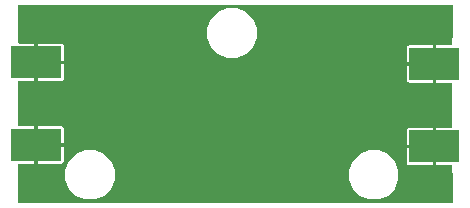
<source format=gbr>
G04 EAGLE Gerber RS-274X export*
G75*
%MOMM*%
%FSLAX34Y34*%
%LPD*%
%INBottom Copper*%
%IPPOS*%
%AMOC8*
5,1,8,0,0,1.08239X$1,22.5*%
G01*
%ADD10R,4.191000X2.667000*%
%ADD11C,1.500000*%

G36*
X373274Y6005D02*
X373274Y6005D01*
X373299Y6002D01*
X373394Y6024D01*
X373491Y6040D01*
X373512Y6052D01*
X373536Y6058D01*
X373620Y6109D01*
X373706Y6155D01*
X373723Y6173D01*
X373744Y6186D01*
X373806Y6262D01*
X373873Y6333D01*
X373883Y6356D01*
X373899Y6375D01*
X373933Y6466D01*
X373974Y6556D01*
X373976Y6580D01*
X373985Y6603D01*
X373999Y6750D01*
X373999Y31025D01*
X373987Y31098D01*
X373985Y31171D01*
X373964Y31242D01*
X373960Y31266D01*
X373952Y31281D01*
X373942Y31312D01*
X373729Y31826D01*
X373729Y37329D01*
X373725Y37353D01*
X373728Y37378D01*
X373706Y37473D01*
X373690Y37570D01*
X373678Y37591D01*
X373672Y37615D01*
X373621Y37699D01*
X373575Y37785D01*
X373557Y37802D01*
X373544Y37823D01*
X373468Y37885D01*
X373397Y37952D01*
X373374Y37962D01*
X373355Y37978D01*
X373264Y38012D01*
X373174Y38053D01*
X373150Y38055D01*
X373127Y38064D01*
X372980Y38078D01*
X360075Y38078D01*
X360075Y53204D01*
X360071Y53228D01*
X360074Y53252D01*
X360051Y53348D01*
X360035Y53445D01*
X360024Y53466D01*
X360018Y53490D01*
X359967Y53573D01*
X359920Y53660D01*
X359903Y53677D01*
X359890Y53697D01*
X359814Y53760D01*
X359742Y53827D01*
X359720Y53837D01*
X359701Y53852D01*
X359610Y53887D01*
X359520Y53928D01*
X359496Y53930D01*
X359473Y53939D01*
X359326Y53953D01*
X358575Y53953D01*
X358575Y53955D01*
X359326Y53955D01*
X359350Y53959D01*
X359374Y53956D01*
X359470Y53979D01*
X359567Y53995D01*
X359588Y54006D01*
X359612Y54012D01*
X359695Y54063D01*
X359782Y54110D01*
X359799Y54127D01*
X359819Y54140D01*
X359882Y54216D01*
X359949Y54288D01*
X359959Y54310D01*
X359974Y54329D01*
X360009Y54420D01*
X360050Y54510D01*
X360052Y54534D01*
X360061Y54557D01*
X360075Y54704D01*
X360075Y69830D01*
X372980Y69830D01*
X373004Y69834D01*
X373029Y69831D01*
X373124Y69853D01*
X373221Y69869D01*
X373242Y69881D01*
X373266Y69887D01*
X373350Y69938D01*
X373436Y69984D01*
X373453Y70002D01*
X373474Y70015D01*
X373536Y70091D01*
X373603Y70162D01*
X373613Y70185D01*
X373629Y70204D01*
X373663Y70295D01*
X373704Y70385D01*
X373706Y70409D01*
X373715Y70432D01*
X373729Y70579D01*
X373729Y107221D01*
X373725Y107245D01*
X373728Y107270D01*
X373706Y107365D01*
X373690Y107462D01*
X373678Y107483D01*
X373672Y107507D01*
X373621Y107591D01*
X373575Y107677D01*
X373557Y107694D01*
X373544Y107715D01*
X373468Y107777D01*
X373397Y107844D01*
X373374Y107854D01*
X373355Y107870D01*
X373264Y107904D01*
X373174Y107945D01*
X373150Y107947D01*
X373127Y107956D01*
X372980Y107970D01*
X360075Y107970D01*
X360075Y123096D01*
X360071Y123120D01*
X360074Y123144D01*
X360051Y123240D01*
X360035Y123337D01*
X360024Y123358D01*
X360018Y123382D01*
X359967Y123465D01*
X359920Y123552D01*
X359903Y123569D01*
X359890Y123589D01*
X359814Y123652D01*
X359742Y123719D01*
X359720Y123729D01*
X359701Y123744D01*
X359610Y123779D01*
X359520Y123820D01*
X359496Y123822D01*
X359473Y123831D01*
X359326Y123845D01*
X358575Y123845D01*
X358575Y123847D01*
X359326Y123847D01*
X359350Y123851D01*
X359374Y123848D01*
X359470Y123871D01*
X359567Y123887D01*
X359588Y123898D01*
X359612Y123904D01*
X359695Y123955D01*
X359782Y124002D01*
X359799Y124019D01*
X359819Y124032D01*
X359882Y124108D01*
X359949Y124180D01*
X359959Y124202D01*
X359974Y124221D01*
X360009Y124312D01*
X360050Y124402D01*
X360052Y124426D01*
X360061Y124449D01*
X360075Y124596D01*
X360075Y139722D01*
X372980Y139722D01*
X373004Y139726D01*
X373029Y139723D01*
X373124Y139745D01*
X373221Y139761D01*
X373242Y139773D01*
X373266Y139779D01*
X373350Y139830D01*
X373436Y139876D01*
X373453Y139894D01*
X373474Y139907D01*
X373536Y139983D01*
X373603Y140054D01*
X373613Y140077D01*
X373629Y140096D01*
X373663Y140187D01*
X373704Y140277D01*
X373706Y140301D01*
X373715Y140324D01*
X373729Y140471D01*
X373729Y145974D01*
X373942Y146488D01*
X373959Y146559D01*
X373985Y146628D01*
X373992Y146701D01*
X373998Y146725D01*
X373996Y146742D01*
X373999Y146775D01*
X373999Y173250D01*
X373995Y173274D01*
X373998Y173299D01*
X373976Y173394D01*
X373960Y173491D01*
X373948Y173512D01*
X373942Y173536D01*
X373891Y173620D01*
X373845Y173706D01*
X373827Y173723D01*
X373814Y173744D01*
X373738Y173806D01*
X373667Y173873D01*
X373644Y173883D01*
X373625Y173899D01*
X373534Y173933D01*
X373444Y173974D01*
X373420Y173976D01*
X373397Y173985D01*
X373250Y173999D01*
X6750Y173999D01*
X6726Y173995D01*
X6701Y173998D01*
X6606Y173976D01*
X6509Y173960D01*
X6488Y173948D01*
X6464Y173942D01*
X6380Y173891D01*
X6294Y173845D01*
X6277Y173827D01*
X6256Y173814D01*
X6194Y173738D01*
X6127Y173667D01*
X6117Y173644D01*
X6101Y173625D01*
X6067Y173534D01*
X6026Y173444D01*
X6024Y173420D01*
X6015Y173397D01*
X6001Y173250D01*
X6001Y141741D01*
X6005Y141717D01*
X6002Y141692D01*
X6024Y141597D01*
X6040Y141500D01*
X6052Y141479D01*
X6058Y141455D01*
X6109Y141371D01*
X6155Y141285D01*
X6173Y141268D01*
X6186Y141247D01*
X6262Y141185D01*
X6333Y141118D01*
X6356Y141108D01*
X6375Y141092D01*
X6466Y141058D01*
X6556Y141017D01*
X6580Y141015D01*
X6603Y141006D01*
X6750Y140992D01*
X19655Y140992D01*
X19655Y125866D01*
X19658Y125847D01*
X19656Y125832D01*
X19657Y125828D01*
X19656Y125818D01*
X19679Y125722D01*
X19695Y125625D01*
X19706Y125604D01*
X19712Y125580D01*
X19763Y125497D01*
X19810Y125410D01*
X19827Y125393D01*
X19840Y125373D01*
X19916Y125310D01*
X19988Y125243D01*
X20010Y125233D01*
X20029Y125218D01*
X20120Y125183D01*
X20210Y125142D01*
X20234Y125140D01*
X20257Y125131D01*
X20404Y125117D01*
X21155Y125117D01*
X21155Y125115D01*
X20404Y125115D01*
X20380Y125111D01*
X20356Y125114D01*
X20260Y125091D01*
X20163Y125075D01*
X20142Y125064D01*
X20118Y125058D01*
X20034Y125007D01*
X19948Y124960D01*
X19931Y124943D01*
X19911Y124930D01*
X19848Y124854D01*
X19781Y124782D01*
X19771Y124760D01*
X19756Y124741D01*
X19721Y124650D01*
X19680Y124560D01*
X19678Y124536D01*
X19669Y124513D01*
X19655Y124366D01*
X19655Y109240D01*
X6750Y109240D01*
X6726Y109236D01*
X6701Y109239D01*
X6606Y109217D01*
X6509Y109201D01*
X6488Y109189D01*
X6464Y109183D01*
X6380Y109132D01*
X6294Y109086D01*
X6277Y109068D01*
X6256Y109055D01*
X6194Y108979D01*
X6127Y108908D01*
X6117Y108885D01*
X6101Y108866D01*
X6067Y108775D01*
X6026Y108685D01*
X6024Y108661D01*
X6015Y108638D01*
X6001Y108491D01*
X6001Y71849D01*
X6005Y71825D01*
X6002Y71800D01*
X6024Y71705D01*
X6040Y71608D01*
X6052Y71587D01*
X6058Y71563D01*
X6109Y71479D01*
X6155Y71393D01*
X6173Y71376D01*
X6186Y71355D01*
X6262Y71293D01*
X6333Y71226D01*
X6356Y71216D01*
X6375Y71200D01*
X6466Y71166D01*
X6556Y71125D01*
X6580Y71123D01*
X6603Y71114D01*
X6750Y71100D01*
X19655Y71100D01*
X19655Y55974D01*
X19659Y55950D01*
X19656Y55926D01*
X19679Y55830D01*
X19695Y55733D01*
X19706Y55712D01*
X19712Y55688D01*
X19763Y55605D01*
X19810Y55518D01*
X19827Y55501D01*
X19840Y55481D01*
X19916Y55418D01*
X19988Y55351D01*
X20010Y55341D01*
X20029Y55326D01*
X20120Y55291D01*
X20210Y55250D01*
X20234Y55248D01*
X20257Y55239D01*
X20404Y55225D01*
X21155Y55225D01*
X21155Y55223D01*
X20404Y55223D01*
X20380Y55219D01*
X20356Y55222D01*
X20260Y55199D01*
X20163Y55183D01*
X20142Y55172D01*
X20118Y55166D01*
X20034Y55115D01*
X19948Y55068D01*
X19931Y55051D01*
X19911Y55038D01*
X19848Y54962D01*
X19781Y54890D01*
X19771Y54868D01*
X19756Y54849D01*
X19721Y54758D01*
X19680Y54668D01*
X19678Y54644D01*
X19669Y54621D01*
X19655Y54474D01*
X19655Y39348D01*
X6750Y39348D01*
X6726Y39344D01*
X6701Y39347D01*
X6606Y39325D01*
X6509Y39309D01*
X6488Y39297D01*
X6464Y39291D01*
X6380Y39240D01*
X6294Y39194D01*
X6277Y39176D01*
X6256Y39163D01*
X6194Y39087D01*
X6127Y39016D01*
X6117Y38993D01*
X6101Y38974D01*
X6067Y38883D01*
X6026Y38793D01*
X6024Y38769D01*
X6015Y38746D01*
X6001Y38599D01*
X6001Y6750D01*
X6005Y6726D01*
X6002Y6701D01*
X6024Y6606D01*
X6040Y6509D01*
X6052Y6488D01*
X6058Y6464D01*
X6109Y6380D01*
X6155Y6294D01*
X6173Y6277D01*
X6186Y6256D01*
X6262Y6194D01*
X6333Y6127D01*
X6356Y6117D01*
X6375Y6101D01*
X6466Y6067D01*
X6556Y6026D01*
X6580Y6024D01*
X6603Y6015D01*
X6750Y6001D01*
X373250Y6001D01*
X373274Y6005D01*
G37*
%LPC*%
G36*
X182823Y128999D02*
X182823Y128999D01*
X175104Y132196D01*
X169196Y138104D01*
X165999Y145823D01*
X165999Y154177D01*
X169196Y161896D01*
X175104Y167804D01*
X182823Y171001D01*
X191177Y171001D01*
X198896Y167804D01*
X204804Y161896D01*
X208001Y154177D01*
X208001Y145823D01*
X204804Y138104D01*
X198896Y132196D01*
X191177Y128999D01*
X182823Y128999D01*
G37*
%LPD*%
%LPC*%
G36*
X302823Y8999D02*
X302823Y8999D01*
X295104Y12196D01*
X289196Y18104D01*
X285999Y25823D01*
X285999Y34177D01*
X289196Y41896D01*
X295104Y47804D01*
X302823Y51001D01*
X311177Y51001D01*
X318896Y47804D01*
X324804Y41896D01*
X328001Y34177D01*
X328001Y25823D01*
X324804Y18104D01*
X318896Y12196D01*
X311177Y8999D01*
X302823Y8999D01*
G37*
%LPD*%
%LPC*%
G36*
X62823Y8999D02*
X62823Y8999D01*
X55104Y12196D01*
X49196Y18104D01*
X45999Y25823D01*
X45999Y34177D01*
X49196Y41896D01*
X55104Y47804D01*
X62823Y51001D01*
X71177Y51001D01*
X78896Y47804D01*
X84804Y41896D01*
X88001Y34177D01*
X88001Y25823D01*
X84804Y18104D01*
X78896Y12196D01*
X71177Y8999D01*
X62823Y8999D01*
G37*
%LPD*%
%LPC*%
G36*
X22653Y126615D02*
X22653Y126615D01*
X22653Y140992D01*
X42443Y140992D01*
X43090Y140819D01*
X43669Y140484D01*
X44142Y140011D01*
X44477Y139432D01*
X44650Y138785D01*
X44650Y126615D01*
X22653Y126615D01*
G37*
%LPD*%
%LPC*%
G36*
X22653Y56723D02*
X22653Y56723D01*
X22653Y71100D01*
X42443Y71100D01*
X43090Y70927D01*
X43669Y70592D01*
X44142Y70119D01*
X44477Y69540D01*
X44650Y68893D01*
X44650Y56723D01*
X22653Y56723D01*
G37*
%LPD*%
%LPC*%
G36*
X335080Y125345D02*
X335080Y125345D01*
X335080Y137515D01*
X335123Y137674D01*
X335123Y137675D01*
X335253Y138162D01*
X335588Y138741D01*
X336061Y139214D01*
X336640Y139549D01*
X337287Y139722D01*
X357077Y139722D01*
X357077Y125345D01*
X335080Y125345D01*
G37*
%LPD*%
%LPC*%
G36*
X335080Y55453D02*
X335080Y55453D01*
X335080Y67623D01*
X335253Y68270D01*
X335588Y68849D01*
X336061Y69322D01*
X336640Y69657D01*
X337287Y69830D01*
X357077Y69830D01*
X357077Y55453D01*
X335080Y55453D01*
G37*
%LPD*%
%LPC*%
G36*
X337287Y107970D02*
X337287Y107970D01*
X336640Y108143D01*
X336061Y108478D01*
X335588Y108951D01*
X335253Y109530D01*
X335080Y110177D01*
X335080Y122347D01*
X357077Y122347D01*
X357077Y107970D01*
X337287Y107970D01*
G37*
%LPD*%
%LPC*%
G36*
X337287Y38078D02*
X337287Y38078D01*
X336640Y38251D01*
X336061Y38586D01*
X335588Y39059D01*
X335253Y39638D01*
X335080Y40285D01*
X335080Y52455D01*
X357077Y52455D01*
X357077Y38078D01*
X337287Y38078D01*
G37*
%LPD*%
%LPC*%
G36*
X22653Y39348D02*
X22653Y39348D01*
X22653Y53725D01*
X44650Y53725D01*
X44650Y41555D01*
X44611Y41410D01*
X44477Y40908D01*
X44142Y40329D01*
X43669Y39856D01*
X43090Y39521D01*
X42443Y39348D01*
X22653Y39348D01*
G37*
%LPD*%
%LPC*%
G36*
X22653Y109240D02*
X22653Y109240D01*
X22653Y123617D01*
X44650Y123617D01*
X44650Y111447D01*
X44477Y110800D01*
X44142Y110221D01*
X43669Y109748D01*
X43090Y109413D01*
X42443Y109240D01*
X22653Y109240D01*
G37*
%LPD*%
D10*
X21154Y55224D03*
X21154Y125116D03*
X358576Y123846D03*
X358576Y53954D03*
D11*
X187300Y30000D03*
M02*

</source>
